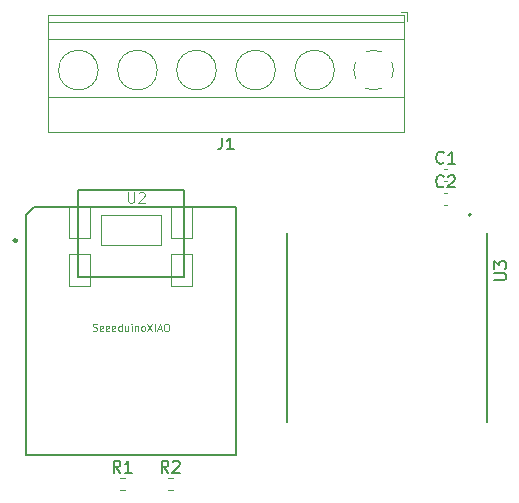
<source format=gbr>
%TF.GenerationSoftware,KiCad,Pcbnew,7.0.9*%
%TF.CreationDate,2024-02-26T23:44:44+01:00*%
%TF.ProjectId,esp32c3,65737033-3263-4332-9e6b-696361645f70,rev?*%
%TF.SameCoordinates,Original*%
%TF.FileFunction,Legend,Top*%
%TF.FilePolarity,Positive*%
%FSLAX46Y46*%
G04 Gerber Fmt 4.6, Leading zero omitted, Abs format (unit mm)*
G04 Created by KiCad (PCBNEW 7.0.9) date 2024-02-26 23:44:44*
%MOMM*%
%LPD*%
G01*
G04 APERTURE LIST*
%ADD10C,0.150000*%
%ADD11C,0.101600*%
%ADD12C,0.076200*%
%ADD13C,0.127000*%
%ADD14C,0.200000*%
%ADD15C,0.120000*%
%ADD16C,0.066040*%
%ADD17C,0.254000*%
G04 APERTURE END LIST*
D10*
X175571819Y-76688904D02*
X176381342Y-76688904D01*
X176381342Y-76688904D02*
X176476580Y-76641285D01*
X176476580Y-76641285D02*
X176524200Y-76593666D01*
X176524200Y-76593666D02*
X176571819Y-76498428D01*
X176571819Y-76498428D02*
X176571819Y-76307952D01*
X176571819Y-76307952D02*
X176524200Y-76212714D01*
X176524200Y-76212714D02*
X176476580Y-76165095D01*
X176476580Y-76165095D02*
X176381342Y-76117476D01*
X176381342Y-76117476D02*
X175571819Y-76117476D01*
X175571819Y-75736523D02*
X175571819Y-75117476D01*
X175571819Y-75117476D02*
X175952771Y-75450809D01*
X175952771Y-75450809D02*
X175952771Y-75307952D01*
X175952771Y-75307952D02*
X176000390Y-75212714D01*
X176000390Y-75212714D02*
X176048009Y-75165095D01*
X176048009Y-75165095D02*
X176143247Y-75117476D01*
X176143247Y-75117476D02*
X176381342Y-75117476D01*
X176381342Y-75117476D02*
X176476580Y-75165095D01*
X176476580Y-75165095D02*
X176524200Y-75212714D01*
X176524200Y-75212714D02*
X176571819Y-75307952D01*
X176571819Y-75307952D02*
X176571819Y-75593666D01*
X176571819Y-75593666D02*
X176524200Y-75688904D01*
X176524200Y-75688904D02*
X176476580Y-75736523D01*
X171270333Y-68749580D02*
X171222714Y-68797200D01*
X171222714Y-68797200D02*
X171079857Y-68844819D01*
X171079857Y-68844819D02*
X170984619Y-68844819D01*
X170984619Y-68844819D02*
X170841762Y-68797200D01*
X170841762Y-68797200D02*
X170746524Y-68701961D01*
X170746524Y-68701961D02*
X170698905Y-68606723D01*
X170698905Y-68606723D02*
X170651286Y-68416247D01*
X170651286Y-68416247D02*
X170651286Y-68273390D01*
X170651286Y-68273390D02*
X170698905Y-68082914D01*
X170698905Y-68082914D02*
X170746524Y-67987676D01*
X170746524Y-67987676D02*
X170841762Y-67892438D01*
X170841762Y-67892438D02*
X170984619Y-67844819D01*
X170984619Y-67844819D02*
X171079857Y-67844819D01*
X171079857Y-67844819D02*
X171222714Y-67892438D01*
X171222714Y-67892438D02*
X171270333Y-67940057D01*
X171651286Y-67940057D02*
X171698905Y-67892438D01*
X171698905Y-67892438D02*
X171794143Y-67844819D01*
X171794143Y-67844819D02*
X172032238Y-67844819D01*
X172032238Y-67844819D02*
X172127476Y-67892438D01*
X172127476Y-67892438D02*
X172175095Y-67940057D01*
X172175095Y-67940057D02*
X172222714Y-68035295D01*
X172222714Y-68035295D02*
X172222714Y-68130533D01*
X172222714Y-68130533D02*
X172175095Y-68273390D01*
X172175095Y-68273390D02*
X171603667Y-68844819D01*
X171603667Y-68844819D02*
X172222714Y-68844819D01*
X143914333Y-93004819D02*
X143581000Y-92528628D01*
X143342905Y-93004819D02*
X143342905Y-92004819D01*
X143342905Y-92004819D02*
X143723857Y-92004819D01*
X143723857Y-92004819D02*
X143819095Y-92052438D01*
X143819095Y-92052438D02*
X143866714Y-92100057D01*
X143866714Y-92100057D02*
X143914333Y-92195295D01*
X143914333Y-92195295D02*
X143914333Y-92338152D01*
X143914333Y-92338152D02*
X143866714Y-92433390D01*
X143866714Y-92433390D02*
X143819095Y-92481009D01*
X143819095Y-92481009D02*
X143723857Y-92528628D01*
X143723857Y-92528628D02*
X143342905Y-92528628D01*
X144866714Y-93004819D02*
X144295286Y-93004819D01*
X144581000Y-93004819D02*
X144581000Y-92004819D01*
X144581000Y-92004819D02*
X144485762Y-92147676D01*
X144485762Y-92147676D02*
X144390524Y-92242914D01*
X144390524Y-92242914D02*
X144295286Y-92290533D01*
X147978333Y-93004819D02*
X147645000Y-92528628D01*
X147406905Y-93004819D02*
X147406905Y-92004819D01*
X147406905Y-92004819D02*
X147787857Y-92004819D01*
X147787857Y-92004819D02*
X147883095Y-92052438D01*
X147883095Y-92052438D02*
X147930714Y-92100057D01*
X147930714Y-92100057D02*
X147978333Y-92195295D01*
X147978333Y-92195295D02*
X147978333Y-92338152D01*
X147978333Y-92338152D02*
X147930714Y-92433390D01*
X147930714Y-92433390D02*
X147883095Y-92481009D01*
X147883095Y-92481009D02*
X147787857Y-92528628D01*
X147787857Y-92528628D02*
X147406905Y-92528628D01*
X148359286Y-92100057D02*
X148406905Y-92052438D01*
X148406905Y-92052438D02*
X148502143Y-92004819D01*
X148502143Y-92004819D02*
X148740238Y-92004819D01*
X148740238Y-92004819D02*
X148835476Y-92052438D01*
X148835476Y-92052438D02*
X148883095Y-92100057D01*
X148883095Y-92100057D02*
X148930714Y-92195295D01*
X148930714Y-92195295D02*
X148930714Y-92290533D01*
X148930714Y-92290533D02*
X148883095Y-92433390D01*
X148883095Y-92433390D02*
X148311667Y-93004819D01*
X148311667Y-93004819D02*
X148930714Y-93004819D01*
D11*
X144567486Y-69260305D02*
X144567486Y-69979972D01*
X144567486Y-69979972D02*
X144609820Y-70064638D01*
X144609820Y-70064638D02*
X144652153Y-70106972D01*
X144652153Y-70106972D02*
X144736820Y-70149305D01*
X144736820Y-70149305D02*
X144906153Y-70149305D01*
X144906153Y-70149305D02*
X144990820Y-70106972D01*
X144990820Y-70106972D02*
X145033153Y-70064638D01*
X145033153Y-70064638D02*
X145075486Y-69979972D01*
X145075486Y-69979972D02*
X145075486Y-69260305D01*
X145456486Y-69344972D02*
X145498819Y-69302638D01*
X145498819Y-69302638D02*
X145583486Y-69260305D01*
X145583486Y-69260305D02*
X145795153Y-69260305D01*
X145795153Y-69260305D02*
X145879819Y-69302638D01*
X145879819Y-69302638D02*
X145922153Y-69344972D01*
X145922153Y-69344972D02*
X145964486Y-69429638D01*
X145964486Y-69429638D02*
X145964486Y-69514305D01*
X145964486Y-69514305D02*
X145922153Y-69641305D01*
X145922153Y-69641305D02*
X145414153Y-70149305D01*
X145414153Y-70149305D02*
X145964486Y-70149305D01*
D12*
X141578149Y-80977841D02*
X141665235Y-81006869D01*
X141665235Y-81006869D02*
X141810377Y-81006869D01*
X141810377Y-81006869D02*
X141868435Y-80977841D01*
X141868435Y-80977841D02*
X141897463Y-80948812D01*
X141897463Y-80948812D02*
X141926492Y-80890755D01*
X141926492Y-80890755D02*
X141926492Y-80832698D01*
X141926492Y-80832698D02*
X141897463Y-80774641D01*
X141897463Y-80774641D02*
X141868435Y-80745612D01*
X141868435Y-80745612D02*
X141810377Y-80716583D01*
X141810377Y-80716583D02*
X141694263Y-80687555D01*
X141694263Y-80687555D02*
X141636206Y-80658526D01*
X141636206Y-80658526D02*
X141607177Y-80629498D01*
X141607177Y-80629498D02*
X141578149Y-80571441D01*
X141578149Y-80571441D02*
X141578149Y-80513383D01*
X141578149Y-80513383D02*
X141607177Y-80455326D01*
X141607177Y-80455326D02*
X141636206Y-80426298D01*
X141636206Y-80426298D02*
X141694263Y-80397269D01*
X141694263Y-80397269D02*
X141839406Y-80397269D01*
X141839406Y-80397269D02*
X141926492Y-80426298D01*
X142419977Y-80977841D02*
X142361920Y-81006869D01*
X142361920Y-81006869D02*
X142245806Y-81006869D01*
X142245806Y-81006869D02*
X142187748Y-80977841D01*
X142187748Y-80977841D02*
X142158720Y-80919783D01*
X142158720Y-80919783D02*
X142158720Y-80687555D01*
X142158720Y-80687555D02*
X142187748Y-80629498D01*
X142187748Y-80629498D02*
X142245806Y-80600469D01*
X142245806Y-80600469D02*
X142361920Y-80600469D01*
X142361920Y-80600469D02*
X142419977Y-80629498D01*
X142419977Y-80629498D02*
X142449006Y-80687555D01*
X142449006Y-80687555D02*
X142449006Y-80745612D01*
X142449006Y-80745612D02*
X142158720Y-80803669D01*
X142942491Y-80977841D02*
X142884434Y-81006869D01*
X142884434Y-81006869D02*
X142768320Y-81006869D01*
X142768320Y-81006869D02*
X142710262Y-80977841D01*
X142710262Y-80977841D02*
X142681234Y-80919783D01*
X142681234Y-80919783D02*
X142681234Y-80687555D01*
X142681234Y-80687555D02*
X142710262Y-80629498D01*
X142710262Y-80629498D02*
X142768320Y-80600469D01*
X142768320Y-80600469D02*
X142884434Y-80600469D01*
X142884434Y-80600469D02*
X142942491Y-80629498D01*
X142942491Y-80629498D02*
X142971520Y-80687555D01*
X142971520Y-80687555D02*
X142971520Y-80745612D01*
X142971520Y-80745612D02*
X142681234Y-80803669D01*
X143465005Y-80977841D02*
X143406948Y-81006869D01*
X143406948Y-81006869D02*
X143290834Y-81006869D01*
X143290834Y-81006869D02*
X143232776Y-80977841D01*
X143232776Y-80977841D02*
X143203748Y-80919783D01*
X143203748Y-80919783D02*
X143203748Y-80687555D01*
X143203748Y-80687555D02*
X143232776Y-80629498D01*
X143232776Y-80629498D02*
X143290834Y-80600469D01*
X143290834Y-80600469D02*
X143406948Y-80600469D01*
X143406948Y-80600469D02*
X143465005Y-80629498D01*
X143465005Y-80629498D02*
X143494034Y-80687555D01*
X143494034Y-80687555D02*
X143494034Y-80745612D01*
X143494034Y-80745612D02*
X143203748Y-80803669D01*
X144016548Y-81006869D02*
X144016548Y-80397269D01*
X144016548Y-80977841D02*
X143958490Y-81006869D01*
X143958490Y-81006869D02*
X143842376Y-81006869D01*
X143842376Y-81006869D02*
X143784319Y-80977841D01*
X143784319Y-80977841D02*
X143755290Y-80948812D01*
X143755290Y-80948812D02*
X143726262Y-80890755D01*
X143726262Y-80890755D02*
X143726262Y-80716583D01*
X143726262Y-80716583D02*
X143755290Y-80658526D01*
X143755290Y-80658526D02*
X143784319Y-80629498D01*
X143784319Y-80629498D02*
X143842376Y-80600469D01*
X143842376Y-80600469D02*
X143958490Y-80600469D01*
X143958490Y-80600469D02*
X144016548Y-80629498D01*
X144568091Y-80600469D02*
X144568091Y-81006869D01*
X144306833Y-80600469D02*
X144306833Y-80919783D01*
X144306833Y-80919783D02*
X144335862Y-80977841D01*
X144335862Y-80977841D02*
X144393919Y-81006869D01*
X144393919Y-81006869D02*
X144481005Y-81006869D01*
X144481005Y-81006869D02*
X144539062Y-80977841D01*
X144539062Y-80977841D02*
X144568091Y-80948812D01*
X144858376Y-81006869D02*
X144858376Y-80600469D01*
X144858376Y-80397269D02*
X144829348Y-80426298D01*
X144829348Y-80426298D02*
X144858376Y-80455326D01*
X144858376Y-80455326D02*
X144887405Y-80426298D01*
X144887405Y-80426298D02*
X144858376Y-80397269D01*
X144858376Y-80397269D02*
X144858376Y-80455326D01*
X145148662Y-80600469D02*
X145148662Y-81006869D01*
X145148662Y-80658526D02*
X145177691Y-80629498D01*
X145177691Y-80629498D02*
X145235748Y-80600469D01*
X145235748Y-80600469D02*
X145322834Y-80600469D01*
X145322834Y-80600469D02*
X145380891Y-80629498D01*
X145380891Y-80629498D02*
X145409920Y-80687555D01*
X145409920Y-80687555D02*
X145409920Y-81006869D01*
X145787291Y-81006869D02*
X145729234Y-80977841D01*
X145729234Y-80977841D02*
X145700205Y-80948812D01*
X145700205Y-80948812D02*
X145671177Y-80890755D01*
X145671177Y-80890755D02*
X145671177Y-80716583D01*
X145671177Y-80716583D02*
X145700205Y-80658526D01*
X145700205Y-80658526D02*
X145729234Y-80629498D01*
X145729234Y-80629498D02*
X145787291Y-80600469D01*
X145787291Y-80600469D02*
X145874377Y-80600469D01*
X145874377Y-80600469D02*
X145932434Y-80629498D01*
X145932434Y-80629498D02*
X145961463Y-80658526D01*
X145961463Y-80658526D02*
X145990491Y-80716583D01*
X145990491Y-80716583D02*
X145990491Y-80890755D01*
X145990491Y-80890755D02*
X145961463Y-80948812D01*
X145961463Y-80948812D02*
X145932434Y-80977841D01*
X145932434Y-80977841D02*
X145874377Y-81006869D01*
X145874377Y-81006869D02*
X145787291Y-81006869D01*
X146193691Y-80397269D02*
X146600091Y-81006869D01*
X146600091Y-80397269D02*
X146193691Y-81006869D01*
X146832319Y-81006869D02*
X146832319Y-80397269D01*
X147093577Y-80832698D02*
X147383863Y-80832698D01*
X147035520Y-81006869D02*
X147238720Y-80397269D01*
X147238720Y-80397269D02*
X147441920Y-81006869D01*
X147761234Y-80397269D02*
X147877348Y-80397269D01*
X147877348Y-80397269D02*
X147935405Y-80426298D01*
X147935405Y-80426298D02*
X147993462Y-80484355D01*
X147993462Y-80484355D02*
X148022491Y-80600469D01*
X148022491Y-80600469D02*
X148022491Y-80803669D01*
X148022491Y-80803669D02*
X147993462Y-80919783D01*
X147993462Y-80919783D02*
X147935405Y-80977841D01*
X147935405Y-80977841D02*
X147877348Y-81006869D01*
X147877348Y-81006869D02*
X147761234Y-81006869D01*
X147761234Y-81006869D02*
X147703177Y-80977841D01*
X147703177Y-80977841D02*
X147645119Y-80919783D01*
X147645119Y-80919783D02*
X147616091Y-80803669D01*
X147616091Y-80803669D02*
X147616091Y-80600469D01*
X147616091Y-80600469D02*
X147645119Y-80484355D01*
X147645119Y-80484355D02*
X147703177Y-80426298D01*
X147703177Y-80426298D02*
X147761234Y-80397269D01*
D10*
X171283333Y-66747580D02*
X171235714Y-66795200D01*
X171235714Y-66795200D02*
X171092857Y-66842819D01*
X171092857Y-66842819D02*
X170997619Y-66842819D01*
X170997619Y-66842819D02*
X170854762Y-66795200D01*
X170854762Y-66795200D02*
X170759524Y-66699961D01*
X170759524Y-66699961D02*
X170711905Y-66604723D01*
X170711905Y-66604723D02*
X170664286Y-66414247D01*
X170664286Y-66414247D02*
X170664286Y-66271390D01*
X170664286Y-66271390D02*
X170711905Y-66080914D01*
X170711905Y-66080914D02*
X170759524Y-65985676D01*
X170759524Y-65985676D02*
X170854762Y-65890438D01*
X170854762Y-65890438D02*
X170997619Y-65842819D01*
X170997619Y-65842819D02*
X171092857Y-65842819D01*
X171092857Y-65842819D02*
X171235714Y-65890438D01*
X171235714Y-65890438D02*
X171283333Y-65938057D01*
X172235714Y-66842819D02*
X171664286Y-66842819D01*
X171950000Y-66842819D02*
X171950000Y-65842819D01*
X171950000Y-65842819D02*
X171854762Y-65985676D01*
X171854762Y-65985676D02*
X171759524Y-66080914D01*
X171759524Y-66080914D02*
X171664286Y-66128533D01*
X152520666Y-64642819D02*
X152520666Y-65357104D01*
X152520666Y-65357104D02*
X152473047Y-65499961D01*
X152473047Y-65499961D02*
X152377809Y-65595200D01*
X152377809Y-65595200D02*
X152234952Y-65642819D01*
X152234952Y-65642819D02*
X152139714Y-65642819D01*
X153520666Y-65642819D02*
X152949238Y-65642819D01*
X153234952Y-65642819D02*
X153234952Y-64642819D01*
X153234952Y-64642819D02*
X153139714Y-64785676D01*
X153139714Y-64785676D02*
X153044476Y-64880914D01*
X153044476Y-64880914D02*
X152949238Y-64928533D01*
D13*
%TO.C,U3*%
X174982000Y-72752000D02*
X174982000Y-88752000D01*
X157982000Y-72752000D02*
X157982000Y-88752000D01*
D14*
X173582000Y-71176000D02*
G75*
G03*
X173582000Y-71176000I-100000J0D01*
G01*
D15*
%TO.C,C2*%
X171296420Y-69310000D02*
X171577580Y-69310000D01*
X171296420Y-70330000D02*
X171577580Y-70330000D01*
%TO.C,R1*%
X143843742Y-93457500D02*
X144318258Y-93457500D01*
X143843742Y-94502500D02*
X144318258Y-94502500D01*
%TO.C,R2*%
X147907742Y-93457500D02*
X148382258Y-93457500D01*
X147907742Y-94502500D02*
X148382258Y-94502500D01*
D13*
%TO.C,U2*%
X135910320Y-71196200D02*
X135910320Y-91523820D01*
X135910320Y-91523820D02*
X153708100Y-91523820D01*
X136580880Y-70525640D02*
X135910320Y-71196200D01*
D16*
X139593320Y-70441820D02*
X141371320Y-70441820D01*
X139593320Y-73108820D02*
X139593320Y-70441820D01*
X139593320Y-73108820D02*
X141371320Y-73108820D01*
X139593320Y-74505820D02*
X141371320Y-74505820D01*
X139593320Y-77175360D02*
X139593320Y-74505820D01*
X139593320Y-77175360D02*
X141371320Y-77175360D01*
D13*
X140304520Y-76454000D02*
X140304520Y-69100700D01*
X140309600Y-69100700D02*
X149303740Y-69100700D01*
D16*
X141371320Y-73108820D02*
X141371320Y-70441820D01*
X141371320Y-77175360D02*
X141371320Y-74505820D01*
X142260320Y-71203820D02*
X147340320Y-71203820D01*
X142260320Y-73743820D02*
X142260320Y-71203820D01*
X142260320Y-73743820D02*
X147340320Y-73743820D01*
X147340320Y-73743820D02*
X147340320Y-71203820D01*
X148229320Y-70441820D02*
X150007320Y-70441820D01*
X148229320Y-73108820D02*
X148229320Y-70441820D01*
X148229320Y-73108820D02*
X150007320Y-73108820D01*
X148229320Y-74505820D02*
X150007320Y-74505820D01*
X148229320Y-77175360D02*
X148229320Y-74505820D01*
X148229320Y-77175360D02*
X150007320Y-77175360D01*
D13*
X149303740Y-69100700D02*
X149303740Y-76454000D01*
X149303740Y-76454000D02*
X140304520Y-76454000D01*
D16*
X150007320Y-73108820D02*
X150007320Y-70441820D01*
X150007320Y-77175360D02*
X150007320Y-74505820D01*
D13*
X153708100Y-70525640D02*
X136580880Y-70525640D01*
X153708100Y-91523820D02*
X153708100Y-70525640D01*
D17*
X135148320Y-73362820D02*
G75*
G03*
X135148320Y-73362820I-127000J0D01*
G01*
D15*
%TO.C,C1*%
X171309420Y-67308000D02*
X171590580Y-67308000D01*
X171309420Y-68328000D02*
X171590580Y-68328000D01*
%TO.C,J1*%
X168154000Y-54768000D02*
X168154000Y-54028000D01*
X168154000Y-54028000D02*
X167654000Y-54028000D01*
X167914000Y-64189000D02*
X167914000Y-54268000D01*
X167914000Y-64189000D02*
X137794000Y-64189000D01*
X167914000Y-61229000D02*
X137794000Y-61229000D01*
X167914000Y-56328000D02*
X137794000Y-56328000D01*
X167914000Y-54828000D02*
X137794000Y-54828000D01*
X167914000Y-54268000D02*
X137794000Y-54268000D01*
X161581000Y-57905000D02*
X161628000Y-57859000D01*
X161388000Y-57689000D02*
X161423000Y-57654000D01*
X159284000Y-60203000D02*
X159319000Y-60167000D01*
X159079000Y-59997000D02*
X159126000Y-59951000D01*
X156581000Y-57905000D02*
X156628000Y-57859000D01*
X156388000Y-57689000D02*
X156423000Y-57654000D01*
X154284000Y-60203000D02*
X154319000Y-60167000D01*
X154079000Y-59997000D02*
X154126000Y-59951000D01*
X151581000Y-57905000D02*
X151628000Y-57859000D01*
X151388000Y-57689000D02*
X151423000Y-57654000D01*
X149284000Y-60203000D02*
X149319000Y-60167000D01*
X149079000Y-59997000D02*
X149126000Y-59951000D01*
X146581000Y-57905000D02*
X146628000Y-57859000D01*
X146388000Y-57689000D02*
X146423000Y-57654000D01*
X144284000Y-60203000D02*
X144319000Y-60167000D01*
X144079000Y-59997000D02*
X144126000Y-59951000D01*
X141581000Y-57905000D02*
X141628000Y-57859000D01*
X141388000Y-57689000D02*
X141423000Y-57654000D01*
X139284000Y-60203000D02*
X139319000Y-60167000D01*
X139079000Y-59997000D02*
X139126000Y-59951000D01*
X137794000Y-64189000D02*
X137794000Y-54268000D01*
X166888999Y-59611999D02*
G75*
G03*
X166889426Y-58244958I-1534992J684000D01*
G01*
X164670001Y-60462999D02*
G75*
G03*
X166037042Y-60463426I684000J1534992D01*
G01*
X166038000Y-57393001D02*
G75*
G03*
X165325195Y-57247748I-683999J-1535000D01*
G01*
X165354000Y-57248001D02*
G75*
G03*
X164670682Y-57393245I0J-1679999D01*
G01*
X163819000Y-58244000D02*
G75*
G03*
X163818574Y-59611042I1535000J-684000D01*
G01*
X162034000Y-58928000D02*
G75*
G03*
X162034000Y-58928000I-1680000J0D01*
G01*
X157034000Y-58928000D02*
G75*
G03*
X157034000Y-58928000I-1680000J0D01*
G01*
X152034000Y-58928000D02*
G75*
G03*
X152034000Y-58928000I-1680000J0D01*
G01*
X147034000Y-58928000D02*
G75*
G03*
X147034000Y-58928000I-1680000J0D01*
G01*
X142034000Y-58928000D02*
G75*
G03*
X142034000Y-58928000I-1680000J0D01*
G01*
%TD*%
M02*

</source>
